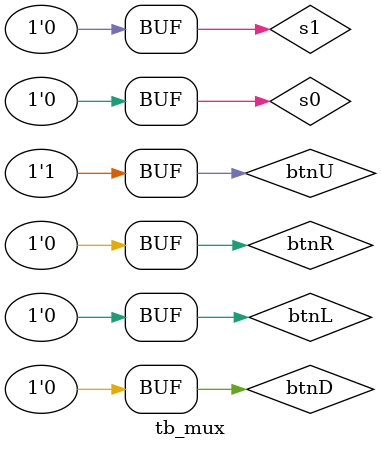
<source format=v>
`timescale 1ns / 1ps

module tb_mux;


reg btnU, btnD, btnR, btnL, s0, s1;
wire LED0;

// Instantiate module under test here

mux uut( .btnU(btnU), .btnD(btnD), .btnR(btnR), .btnL(btnL), .s0(s0), .s1(s1), .LED0(LED0));

initial begin
    btnU = 0; btnD = 0; btnR = 0; btnL = 1; // 10
    s0 = 0; s1 = 1;
    #10
    btnU = 0; btnD = 0; btnR = 0; btnL = 1; // 10
    s0 = 1; s1 = 0;
    #10
    btnU = 0; btnD = 0; btnR = 1; btnL = 0; // 11
    s0 = 0; s1 = 0;
    #10
    btnU = 0; btnD = 0; btnR = 1; btnL = 0; // 11
    s0 = 1; s1 = 1;
    #10
    btnU = 0; btnD = 1; btnR = 0; btnL = 0; // 01
    s0 = 0; s1 = 0;
    #10
    btnU = 0; btnD = 1; btnR = 0; btnL = 0; // 01
    s0 = 1; s1 = 0;
    #10
    btnU = 1; btnD = 0; btnR = 0; btnL = 0; // 00
    s0 = 1; s1 = 1;
    #10
    btnU = 1; btnD = 0; btnR = 0; btnL = 0; // 00
    s0 = 0; s1 = 0;
   
end
   
endmodule

</source>
